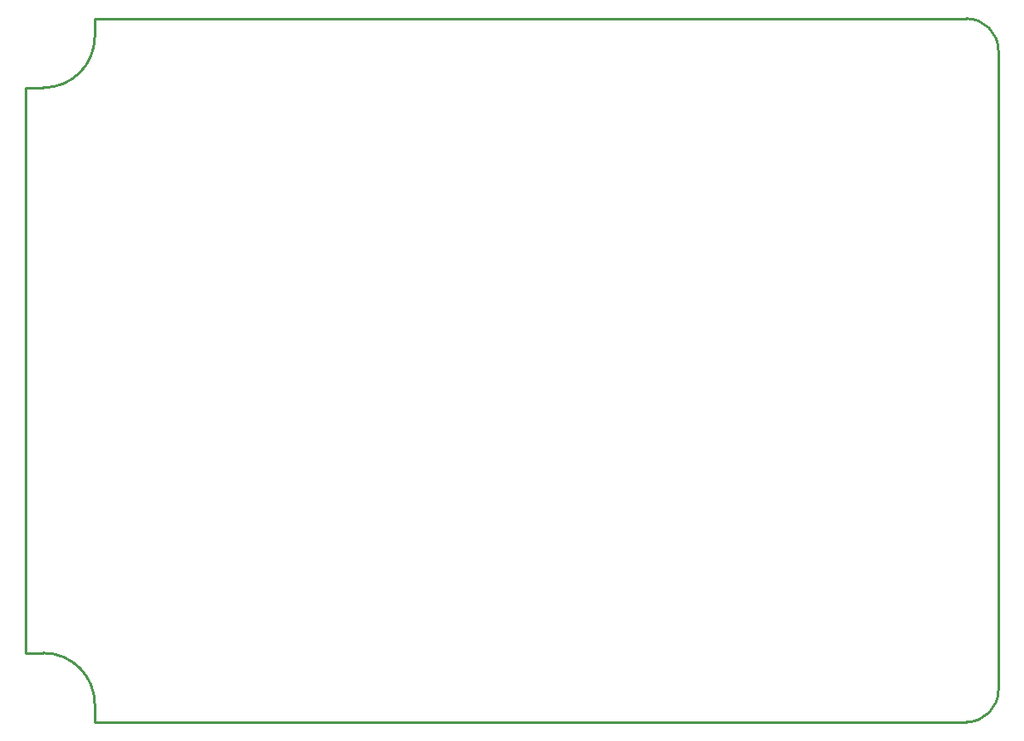
<source format=gbr>
G04 start of page 6 for group 4 idx 4 *
G04 Title: (unknown), outline *
G04 Creator: pcb 20140316 *
G04 CreationDate: Sun 30 Dec 2018 07:41:08 PM GMT UTC *
G04 For: railfan *
G04 Format: Gerber/RS-274X *
G04 PCB-Dimensions (mil): 4000.00 2950.00 *
G04 PCB-Coordinate-Origin: lower left *
%MOIN*%
%FSLAX25Y25*%
%LNOUTLINE*%
%ADD112C,0.0100*%
G54D112*X37000Y285000D02*Y278000D01*
Y285000D02*X377500D01*
X37000Y10000D02*X377500D01*
X37000Y17000D02*Y10000D01*
X10000Y37000D02*X17000D01*
X10000Y258000D02*Y37000D01*
Y258000D02*X17000D01*
X390000Y22500D02*Y272500D01*
X17000Y37000D02*G75*G02X37000Y17000I0J-20000D01*G01*
Y278000D02*G75*G02X17000Y258000I-20000J0D01*G01*
X377500Y285000D02*G75*G02X390000Y272500I0J-12500D01*G01*
X377500Y10000D02*G75*G03X390000Y22500I0J12500D01*G01*
M02*

</source>
